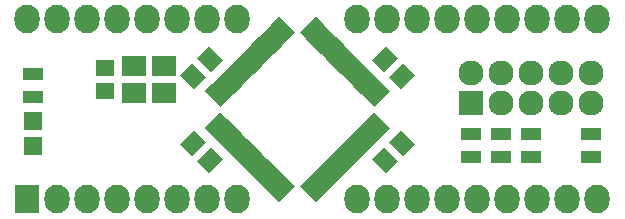
<source format=gts>
G04 #@! TF.FileFunction,Soldermask,Top*
%FSLAX46Y46*%
G04 Gerber Fmt 4.6, Leading zero omitted, Abs format (unit mm)*
G04 Created by KiCad (PCBNEW (2015-08-16 BZR 6097, Git b384c94)-product) date 12/8/2015 8:31:07 PM*
%MOMM*%
G01*
G04 APERTURE LIST*
%ADD10C,0.100000*%
%ADD11R,2.127200X2.127200*%
%ADD12O,2.127200X2.127200*%
%ADD13R,1.650000X1.400000*%
%ADD14R,1.700000X1.100000*%
%ADD15R,1.598880X1.598880*%
%ADD16O,2.127200X2.432000*%
%ADD17R,2.127200X2.432000*%
%ADD18R,2.000000X1.800000*%
G04 APERTURE END LIST*
D10*
D11*
X149352000Y-87884000D03*
D12*
X149352000Y-85344000D03*
X151892000Y-87884000D03*
X151892000Y-85344000D03*
X154432000Y-87884000D03*
X154432000Y-85344000D03*
X156972000Y-87884000D03*
X156972000Y-85344000D03*
X159512000Y-87884000D03*
X159512000Y-85344000D03*
D10*
G36*
X127425188Y-90601709D02*
X126753437Y-89929958D01*
X128096940Y-88586455D01*
X128768691Y-89258206D01*
X127425188Y-90601709D01*
X127425188Y-90601709D01*
G37*
G36*
X127990874Y-91167394D02*
X127319123Y-90495643D01*
X128662626Y-89152140D01*
X129334377Y-89823891D01*
X127990874Y-91167394D01*
X127990874Y-91167394D01*
G37*
G36*
X128556559Y-91733079D02*
X127884808Y-91061328D01*
X129228311Y-89717825D01*
X129900062Y-90389576D01*
X128556559Y-91733079D01*
X128556559Y-91733079D01*
G37*
G36*
X129122244Y-92298765D02*
X128450493Y-91627014D01*
X129793996Y-90283511D01*
X130465747Y-90955262D01*
X129122244Y-92298765D01*
X129122244Y-92298765D01*
G37*
G36*
X129687930Y-92864450D02*
X129016179Y-92192699D01*
X130359682Y-90849196D01*
X131031433Y-91520947D01*
X129687930Y-92864450D01*
X129687930Y-92864450D01*
G37*
G36*
X130253615Y-93430136D02*
X129581864Y-92758385D01*
X130925367Y-91414882D01*
X131597118Y-92086633D01*
X130253615Y-93430136D01*
X130253615Y-93430136D01*
G37*
G36*
X130819301Y-93995821D02*
X130147550Y-93324070D01*
X131491053Y-91980567D01*
X132162804Y-92652318D01*
X130819301Y-93995821D01*
X130819301Y-93995821D01*
G37*
G36*
X131384986Y-94561507D02*
X130713235Y-93889756D01*
X132056738Y-92546253D01*
X132728489Y-93218004D01*
X131384986Y-94561507D01*
X131384986Y-94561507D01*
G37*
G36*
X131950672Y-95127192D02*
X131278921Y-94455441D01*
X132622424Y-93111938D01*
X133294175Y-93783689D01*
X131950672Y-95127192D01*
X131950672Y-95127192D01*
G37*
G36*
X132516357Y-95692877D02*
X131844606Y-95021126D01*
X133188109Y-93677623D01*
X133859860Y-94349374D01*
X132516357Y-95692877D01*
X132516357Y-95692877D01*
G37*
G36*
X133082042Y-96258563D02*
X132410291Y-95586812D01*
X133753794Y-94243309D01*
X134425545Y-94915060D01*
X133082042Y-96258563D01*
X133082042Y-96258563D01*
G37*
G36*
X136829709Y-95586812D02*
X136157958Y-96258563D01*
X134814455Y-94915060D01*
X135486206Y-94243309D01*
X136829709Y-95586812D01*
X136829709Y-95586812D01*
G37*
G36*
X137395394Y-95021126D02*
X136723643Y-95692877D01*
X135380140Y-94349374D01*
X136051891Y-93677623D01*
X137395394Y-95021126D01*
X137395394Y-95021126D01*
G37*
G36*
X137961079Y-94455441D02*
X137289328Y-95127192D01*
X135945825Y-93783689D01*
X136617576Y-93111938D01*
X137961079Y-94455441D01*
X137961079Y-94455441D01*
G37*
G36*
X138526765Y-93889756D02*
X137855014Y-94561507D01*
X136511511Y-93218004D01*
X137183262Y-92546253D01*
X138526765Y-93889756D01*
X138526765Y-93889756D01*
G37*
G36*
X139092450Y-93324070D02*
X138420699Y-93995821D01*
X137077196Y-92652318D01*
X137748947Y-91980567D01*
X139092450Y-93324070D01*
X139092450Y-93324070D01*
G37*
G36*
X139658136Y-92758385D02*
X138986385Y-93430136D01*
X137642882Y-92086633D01*
X138314633Y-91414882D01*
X139658136Y-92758385D01*
X139658136Y-92758385D01*
G37*
G36*
X140223821Y-92192699D02*
X139552070Y-92864450D01*
X138208567Y-91520947D01*
X138880318Y-90849196D01*
X140223821Y-92192699D01*
X140223821Y-92192699D01*
G37*
G36*
X140789507Y-91627014D02*
X140117756Y-92298765D01*
X138774253Y-90955262D01*
X139446004Y-90283511D01*
X140789507Y-91627014D01*
X140789507Y-91627014D01*
G37*
G36*
X141355192Y-91061328D02*
X140683441Y-91733079D01*
X139339938Y-90389576D01*
X140011689Y-89717825D01*
X141355192Y-91061328D01*
X141355192Y-91061328D01*
G37*
G36*
X141920877Y-90495643D02*
X141249126Y-91167394D01*
X139905623Y-89823891D01*
X140577374Y-89152140D01*
X141920877Y-90495643D01*
X141920877Y-90495643D01*
G37*
G36*
X142486563Y-89929958D02*
X141814812Y-90601709D01*
X140471309Y-89258206D01*
X141143060Y-88586455D01*
X142486563Y-89929958D01*
X142486563Y-89929958D01*
G37*
G36*
X141143060Y-88197545D02*
X140471309Y-87525794D01*
X141814812Y-86182291D01*
X142486563Y-86854042D01*
X141143060Y-88197545D01*
X141143060Y-88197545D01*
G37*
G36*
X140577374Y-87631860D02*
X139905623Y-86960109D01*
X141249126Y-85616606D01*
X141920877Y-86288357D01*
X140577374Y-87631860D01*
X140577374Y-87631860D01*
G37*
G36*
X140011689Y-87066175D02*
X139339938Y-86394424D01*
X140683441Y-85050921D01*
X141355192Y-85722672D01*
X140011689Y-87066175D01*
X140011689Y-87066175D01*
G37*
G36*
X139446004Y-86500489D02*
X138774253Y-85828738D01*
X140117756Y-84485235D01*
X140789507Y-85156986D01*
X139446004Y-86500489D01*
X139446004Y-86500489D01*
G37*
G36*
X138880318Y-85934804D02*
X138208567Y-85263053D01*
X139552070Y-83919550D01*
X140223821Y-84591301D01*
X138880318Y-85934804D01*
X138880318Y-85934804D01*
G37*
G36*
X138314633Y-85369118D02*
X137642882Y-84697367D01*
X138986385Y-83353864D01*
X139658136Y-84025615D01*
X138314633Y-85369118D01*
X138314633Y-85369118D01*
G37*
G36*
X137748947Y-84803433D02*
X137077196Y-84131682D01*
X138420699Y-82788179D01*
X139092450Y-83459930D01*
X137748947Y-84803433D01*
X137748947Y-84803433D01*
G37*
G36*
X137183262Y-84237747D02*
X136511511Y-83565996D01*
X137855014Y-82222493D01*
X138526765Y-82894244D01*
X137183262Y-84237747D01*
X137183262Y-84237747D01*
G37*
G36*
X136617576Y-83672062D02*
X135945825Y-83000311D01*
X137289328Y-81656808D01*
X137961079Y-82328559D01*
X136617576Y-83672062D01*
X136617576Y-83672062D01*
G37*
G36*
X136051891Y-83106377D02*
X135380140Y-82434626D01*
X136723643Y-81091123D01*
X137395394Y-81762874D01*
X136051891Y-83106377D01*
X136051891Y-83106377D01*
G37*
G36*
X135486206Y-82540691D02*
X134814455Y-81868940D01*
X136157958Y-80525437D01*
X136829709Y-81197188D01*
X135486206Y-82540691D01*
X135486206Y-82540691D01*
G37*
G36*
X134425545Y-81868940D02*
X133753794Y-82540691D01*
X132410291Y-81197188D01*
X133082042Y-80525437D01*
X134425545Y-81868940D01*
X134425545Y-81868940D01*
G37*
G36*
X133859860Y-82434626D02*
X133188109Y-83106377D01*
X131844606Y-81762874D01*
X132516357Y-81091123D01*
X133859860Y-82434626D01*
X133859860Y-82434626D01*
G37*
G36*
X133294175Y-83000311D02*
X132622424Y-83672062D01*
X131278921Y-82328559D01*
X131950672Y-81656808D01*
X133294175Y-83000311D01*
X133294175Y-83000311D01*
G37*
G36*
X132728489Y-83565996D02*
X132056738Y-84237747D01*
X130713235Y-82894244D01*
X131384986Y-82222493D01*
X132728489Y-83565996D01*
X132728489Y-83565996D01*
G37*
G36*
X132162804Y-84131682D02*
X131491053Y-84803433D01*
X130147550Y-83459930D01*
X130819301Y-82788179D01*
X132162804Y-84131682D01*
X132162804Y-84131682D01*
G37*
G36*
X131597118Y-84697367D02*
X130925367Y-85369118D01*
X129581864Y-84025615D01*
X130253615Y-83353864D01*
X131597118Y-84697367D01*
X131597118Y-84697367D01*
G37*
G36*
X131031433Y-85263053D02*
X130359682Y-85934804D01*
X129016179Y-84591301D01*
X129687930Y-83919550D01*
X131031433Y-85263053D01*
X131031433Y-85263053D01*
G37*
G36*
X130465747Y-85828738D02*
X129793996Y-86500489D01*
X128450493Y-85156986D01*
X129122244Y-84485235D01*
X130465747Y-85828738D01*
X130465747Y-85828738D01*
G37*
G36*
X129900062Y-86394424D02*
X129228311Y-87066175D01*
X127884808Y-85722672D01*
X128556559Y-85050921D01*
X129900062Y-86394424D01*
X129900062Y-86394424D01*
G37*
G36*
X129334377Y-86960109D02*
X128662626Y-87631860D01*
X127319123Y-86288357D01*
X127990874Y-85616606D01*
X129334377Y-86960109D01*
X129334377Y-86960109D01*
G37*
G36*
X128768691Y-87525794D02*
X128096940Y-88197545D01*
X126753437Y-86854042D01*
X127425188Y-86182291D01*
X128768691Y-87525794D01*
X128768691Y-87525794D01*
G37*
G36*
X140962555Y-84217281D02*
X142129281Y-83050555D01*
X143119231Y-84040505D01*
X141952505Y-85207231D01*
X140962555Y-84217281D01*
X140962555Y-84217281D01*
G37*
G36*
X142376769Y-85631495D02*
X143543495Y-84464769D01*
X144533445Y-85454719D01*
X143366719Y-86621445D01*
X142376769Y-85631495D01*
X142376769Y-85631495D01*
G37*
G36*
X142129281Y-93733445D02*
X140962555Y-92566719D01*
X141952505Y-91576769D01*
X143119231Y-92743495D01*
X142129281Y-93733445D01*
X142129281Y-93733445D01*
G37*
G36*
X143543495Y-92319231D02*
X142376769Y-91152505D01*
X143366719Y-90162555D01*
X144533445Y-91329281D01*
X143543495Y-92319231D01*
X143543495Y-92319231D01*
G37*
D13*
X118364000Y-84852000D03*
X118364000Y-86852000D03*
D10*
G36*
X128277445Y-92566719D02*
X127110719Y-93733445D01*
X126120769Y-92743495D01*
X127287495Y-91576769D01*
X128277445Y-92566719D01*
X128277445Y-92566719D01*
G37*
G36*
X126863231Y-91152505D02*
X125696505Y-92319231D01*
X124706555Y-91329281D01*
X125873281Y-90162555D01*
X126863231Y-91152505D01*
X126863231Y-91152505D01*
G37*
G36*
X127110719Y-83050555D02*
X128277445Y-84217281D01*
X127287495Y-85207231D01*
X126120769Y-84040505D01*
X127110719Y-83050555D01*
X127110719Y-83050555D01*
G37*
G36*
X125696505Y-84464769D02*
X126863231Y-85631495D01*
X125873281Y-86621445D01*
X124706555Y-85454719D01*
X125696505Y-84464769D01*
X125696505Y-84464769D01*
G37*
D14*
X112268000Y-85410000D03*
X112268000Y-87310000D03*
X149352000Y-90490000D03*
X149352000Y-92390000D03*
X151892000Y-90490000D03*
X151892000Y-92390000D03*
X154432000Y-90490000D03*
X154432000Y-92390000D03*
X159512000Y-90490000D03*
X159512000Y-92390000D03*
D15*
X112268000Y-91473020D03*
X112268000Y-89374980D03*
D16*
X139700000Y-80772000D03*
X111760000Y-80772000D03*
X114300000Y-80772000D03*
X116840000Y-80772000D03*
X119380000Y-80772000D03*
X121920000Y-80772000D03*
X124460000Y-80772000D03*
X127000000Y-80772000D03*
X129540000Y-80772000D03*
X144780000Y-80772000D03*
X147320000Y-80772000D03*
X149860000Y-80772000D03*
X152400000Y-80772000D03*
X154940000Y-80772000D03*
X157480000Y-80772000D03*
X160020000Y-80772000D03*
X142240000Y-80772000D03*
X139700000Y-96012000D03*
D17*
X111760000Y-96012000D03*
D16*
X114300000Y-96012000D03*
X116840000Y-96012000D03*
X119380000Y-96012000D03*
X121920000Y-96012000D03*
X124460000Y-96012000D03*
X127000000Y-96012000D03*
X129540000Y-96012000D03*
X144780000Y-96012000D03*
X147320000Y-96012000D03*
X149860000Y-96012000D03*
X152400000Y-96012000D03*
X154940000Y-96012000D03*
X157480000Y-96012000D03*
X160020000Y-96012000D03*
X142240000Y-96012000D03*
D18*
X123297000Y-84729000D03*
X123297000Y-86979000D03*
X120797000Y-84729000D03*
X120797000Y-86979000D03*
M02*

</source>
